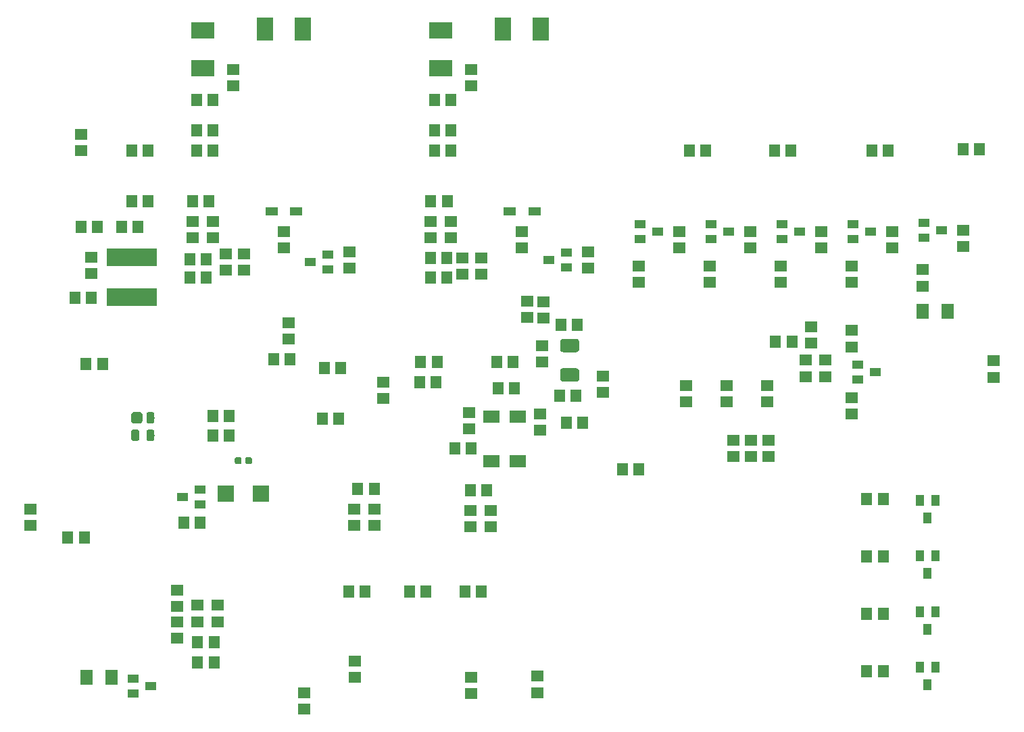
<source format=gbr>
G04 #@! TF.GenerationSoftware,KiCad,Pcbnew,5.0.2-bee76a0~70~ubuntu18.04.1*
G04 #@! TF.CreationDate,2019-01-12T17:32:51-05:00*
G04 #@! TF.ProjectId,Master_Board,4d617374-6572-45f4-926f-6172642e6b69,rev?*
G04 #@! TF.SameCoordinates,Original*
G04 #@! TF.FileFunction,Paste,Bot*
G04 #@! TF.FilePolarity,Positive*
%FSLAX46Y46*%
G04 Gerber Fmt 4.6, Leading zero omitted, Abs format (unit mm)*
G04 Created by KiCad (PCBNEW 5.0.2-bee76a0~70~ubuntu18.04.1) date Sat 12 Jan 2019 05:32:51 PM EST*
%MOMM*%
%LPD*%
G01*
G04 APERTURE LIST*
%ADD10R,1.400000X1.500000*%
%ADD11R,1.500000X1.400000*%
%ADD12R,1.400000X1.000000*%
%ADD13R,2.000000X3.000000*%
%ADD14R,1.500000X1.000000*%
%ADD15R,3.000000X2.000000*%
%ADD16R,6.300000X2.200000*%
%ADD17R,1.000000X1.400000*%
%ADD18R,1.600000X1.900000*%
%ADD19R,2.000000X1.600000*%
%ADD20C,0.100000*%
%ADD21C,0.850000*%
%ADD22C,1.700000*%
%ADD23C,1.400000*%
%ADD24C,1.000000*%
%ADD25R,2.000000X2.000000*%
G04 APERTURE END LIST*
D10*
G04 #@! TO.C,C201*
X160708980Y-83286638D03*
X158658980Y-83286638D03*
G04 #@! TD*
D11*
G04 #@! TO.C,C202*
X132738116Y-106404511D03*
X132738116Y-108454511D03*
G04 #@! TD*
D10*
G04 #@! TO.C,C203*
X158513980Y-92176638D03*
X160563980Y-92176638D03*
G04 #@! TD*
D11*
G04 #@! TO.C,C204*
X147152645Y-94292319D03*
X147152645Y-96342319D03*
G04 #@! TD*
G04 #@! TO.C,C205*
X184673815Y-97795908D03*
X184673815Y-99845908D03*
G04 #@! TD*
G04 #@! TO.C,C206*
X154432000Y-82388184D03*
X154432000Y-80338184D03*
G04 #@! TD*
G04 #@! TO.C,C207*
X156508966Y-82458111D03*
X156508966Y-80408111D03*
G04 #@! TD*
G04 #@! TO.C,C208*
X156042645Y-96487319D03*
X156042645Y-94437319D03*
G04 #@! TD*
G04 #@! TO.C,C209*
X163957000Y-89718184D03*
X163957000Y-91768184D03*
G04 #@! TD*
D10*
G04 #@! TO.C,C210*
X152672000Y-87958184D03*
X150622000Y-87958184D03*
G04 #@! TD*
G04 #@! TO.C,C211*
X159367000Y-95578184D03*
X161417000Y-95578184D03*
G04 #@! TD*
G04 #@! TO.C,C212*
X130828000Y-95070184D03*
X128778000Y-95070184D03*
G04 #@! TD*
G04 #@! TO.C,C213*
X143147000Y-87958184D03*
X141097000Y-87958184D03*
G04 #@! TD*
G04 #@! TO.C,C214*
X140952000Y-90498184D03*
X143002000Y-90498184D03*
G04 #@! TD*
G04 #@! TO.C,C215*
X145397000Y-98753184D03*
X147447000Y-98753184D03*
G04 #@! TD*
D11*
G04 #@! TO.C,C216*
X149865035Y-106541648D03*
X149865035Y-108591648D03*
G04 #@! TD*
G04 #@! TO.C,C301*
X126492000Y-131463000D03*
X126492000Y-129413000D03*
G04 #@! TD*
G04 #@! TO.C,C302*
X132842000Y-125458000D03*
X132842000Y-127508000D03*
G04 #@! TD*
G04 #@! TO.C,C303*
X147447000Y-129558000D03*
X147447000Y-127508000D03*
G04 #@! TD*
G04 #@! TO.C,C304*
X155702000Y-127363000D03*
X155702000Y-129413000D03*
G04 #@! TD*
G04 #@! TO.C,C401*
X189992000Y-85563184D03*
X189992000Y-83513184D03*
G04 #@! TD*
G04 #@! TO.C,C402*
X189357000Y-89780212D03*
X189357000Y-87730212D03*
G04 #@! TD*
G04 #@! TO.C,C403*
X191791554Y-89780212D03*
X191791554Y-87730212D03*
G04 #@! TD*
G04 #@! TO.C,C404*
X195072000Y-94453184D03*
X195072000Y-92403184D03*
G04 #@! TD*
G04 #@! TO.C,C405*
X195072000Y-84003184D03*
X195072000Y-86053184D03*
G04 #@! TD*
D10*
G04 #@! TO.C,C501*
X115207000Y-123063000D03*
X113157000Y-123063000D03*
G04 #@! TD*
D11*
G04 #@! TO.C,C502*
X113157000Y-118473000D03*
X113157000Y-120523000D03*
G04 #@! TD*
G04 #@! TO.C,C503*
X115697000Y-118473000D03*
X115697000Y-120523000D03*
G04 #@! TD*
G04 #@! TO.C,C504*
X110617000Y-122573000D03*
X110617000Y-120523000D03*
G04 #@! TD*
G04 #@! TO.C,C505*
X110617000Y-116568000D03*
X110617000Y-118618000D03*
G04 #@! TD*
D10*
G04 #@! TO.C,C901*
X113012000Y-58928000D03*
X115062000Y-58928000D03*
G04 #@! TD*
G04 #@! TO.C,C902*
X142857000Y-58928000D03*
X144907000Y-58928000D03*
G04 #@! TD*
G04 #@! TO.C,C904*
X115062000Y-61468000D03*
X113012000Y-61468000D03*
G04 #@! TD*
G04 #@! TO.C,C905*
X144907000Y-61468000D03*
X142857000Y-61468000D03*
G04 #@! TD*
D11*
G04 #@! TO.C,C906*
X98552000Y-59418000D03*
X98552000Y-61468000D03*
G04 #@! TD*
G04 #@! TO.C,C907*
X99822000Y-76853000D03*
X99822000Y-74803000D03*
G04 #@! TD*
D10*
G04 #@! TO.C,C908*
X114572000Y-67818000D03*
X112522000Y-67818000D03*
G04 #@! TD*
G04 #@! TO.C,C909*
X144417000Y-67818000D03*
X142367000Y-67818000D03*
G04 #@! TD*
G04 #@! TO.C,C911*
X97772000Y-79883000D03*
X99822000Y-79883000D03*
G04 #@! TD*
G04 #@! TO.C,C912*
X142313317Y-74954153D03*
X144363317Y-74954153D03*
G04 #@! TD*
G04 #@! TO.C,C913*
X114258431Y-75046929D03*
X112208431Y-75046929D03*
G04 #@! TD*
D11*
G04 #@! TO.C,C914*
X148717000Y-74923098D03*
X148717000Y-76973098D03*
G04 #@! TD*
G04 #@! TO.C,C915*
X116650023Y-74377967D03*
X116650023Y-76427967D03*
G04 #@! TD*
D12*
G04 #@! TO.C,D401*
X195877000Y-90178184D03*
X195877000Y-88278184D03*
X198077000Y-89228184D03*
G04 #@! TD*
G04 #@! TO.C,D501*
X105072000Y-129548184D03*
X105072000Y-127648184D03*
X107272000Y-128598184D03*
G04 #@! TD*
D13*
G04 #@! TO.C,D701*
X126327000Y-46228000D03*
X121577000Y-46228000D03*
G04 #@! TD*
G04 #@! TO.C,D702*
X156172000Y-46228000D03*
X151422000Y-46228000D03*
G04 #@! TD*
D14*
G04 #@! TO.C,D703*
X155347000Y-69088000D03*
X152247000Y-69088000D03*
G04 #@! TD*
G04 #@! TO.C,D704*
X125502000Y-69088000D03*
X122402000Y-69088000D03*
G04 #@! TD*
D15*
G04 #@! TO.C,D901*
X113792000Y-46393000D03*
X113792000Y-51143000D03*
G04 #@! TD*
G04 #@! TO.C,D902*
X143637000Y-46393000D03*
X143637000Y-51143000D03*
G04 #@! TD*
D10*
G04 #@! TO.C,D903*
X100602000Y-70993000D03*
X98552000Y-70993000D03*
G04 #@! TD*
D16*
G04 #@! TO.C,L901*
X104902000Y-74843000D03*
X104902000Y-79843000D03*
G04 #@! TD*
D12*
G04 #@! TO.C,Q601*
X168572000Y-72578000D03*
X168572000Y-70678000D03*
X170772000Y-71628000D03*
G04 #@! TD*
G04 #@! TO.C,Q602*
X177462000Y-72578000D03*
X177462000Y-70678000D03*
X179662000Y-71628000D03*
G04 #@! TD*
G04 #@! TO.C,Q603*
X195242000Y-72578000D03*
X195242000Y-70678000D03*
X197442000Y-71628000D03*
G04 #@! TD*
G04 #@! TO.C,Q604*
X186352000Y-72578000D03*
X186352000Y-70678000D03*
X188552000Y-71628000D03*
G04 #@! TD*
G04 #@! TO.C,Q701*
X159342000Y-74236817D03*
X159342000Y-76136817D03*
X157142000Y-75186817D03*
G04 #@! TD*
G04 #@! TO.C,Q702*
X129497000Y-74488000D03*
X129497000Y-76388000D03*
X127297000Y-75438000D03*
G04 #@! TD*
D17*
G04 #@! TO.C,Q804*
X203647000Y-126228184D03*
X205547000Y-126228184D03*
X204597000Y-128428184D03*
G04 #@! TD*
G04 #@! TO.C,Q801*
X203647000Y-105273184D03*
X205547000Y-105273184D03*
X204597000Y-107473184D03*
G04 #@! TD*
G04 #@! TO.C,Q802*
X203647000Y-112258184D03*
X205547000Y-112258184D03*
X204597000Y-114458184D03*
G04 #@! TD*
G04 #@! TO.C,Q803*
X203647000Y-119243184D03*
X205547000Y-119243184D03*
X204597000Y-121443184D03*
G04 #@! TD*
D10*
G04 #@! TO.C,R201*
X133228116Y-103864511D03*
X135278116Y-103864511D03*
G04 #@! TD*
D11*
G04 #@! TO.C,R202*
X156337000Y-85908184D03*
X156337000Y-87958184D03*
G04 #@! TD*
G04 #@! TO.C,R203*
X135278116Y-108454511D03*
X135278116Y-106404511D03*
G04 #@! TD*
G04 #@! TO.C,R204*
X182451315Y-97795908D03*
X182451315Y-99845908D03*
G04 #@! TD*
G04 #@! TO.C,R205*
X180228815Y-97795908D03*
X180228815Y-99845908D03*
G04 #@! TD*
D10*
G04 #@! TO.C,R206*
X150817645Y-91262319D03*
X152867645Y-91262319D03*
G04 #@! TD*
G04 #@! TO.C,R208*
X131082000Y-88720184D03*
X129032000Y-88720184D03*
G04 #@! TD*
D11*
G04 #@! TO.C,R209*
X136398000Y-90480184D03*
X136398000Y-92530184D03*
G04 #@! TD*
G04 #@! TO.C,R210*
X184531000Y-92982000D03*
X184531000Y-90932000D03*
G04 #@! TD*
G04 #@! TO.C,R211*
X179451000Y-92982000D03*
X179451000Y-90932000D03*
G04 #@! TD*
G04 #@! TO.C,R212*
X147325035Y-108591648D03*
X147325035Y-106541648D03*
G04 #@! TD*
D10*
G04 #@! TO.C,R213*
X149375035Y-104001648D03*
X147325035Y-104001648D03*
G04 #@! TD*
D11*
G04 #@! TO.C,R214*
X174371000Y-92982000D03*
X174371000Y-90932000D03*
G04 #@! TD*
D10*
G04 #@! TO.C,R207*
X166352000Y-101420184D03*
X168402000Y-101420184D03*
G04 #@! TD*
G04 #@! TO.C,R301*
X132062000Y-116713000D03*
X134112000Y-116713000D03*
G04 #@! TD*
G04 #@! TO.C,R302*
X139682000Y-116713000D03*
X141732000Y-116713000D03*
G04 #@! TD*
G04 #@! TO.C,R303*
X146667000Y-116713000D03*
X148717000Y-116713000D03*
G04 #@! TD*
G04 #@! TO.C,R401*
X187597000Y-85418184D03*
X185547000Y-85418184D03*
G04 #@! TD*
D18*
G04 #@! TO.C,R402*
X207062000Y-81608184D03*
X203962000Y-81608184D03*
G04 #@! TD*
D11*
G04 #@! TO.C,R403*
X212852000Y-87813184D03*
X212852000Y-89863184D03*
G04 #@! TD*
D10*
G04 #@! TO.C,R501*
X113157000Y-125603000D03*
X115207000Y-125603000D03*
G04 #@! TD*
D18*
G04 #@! TO.C,R502*
X99262000Y-127508000D03*
X102362000Y-127508000D03*
G04 #@! TD*
D11*
G04 #@! TO.C,R601*
X168402000Y-75928000D03*
X168402000Y-77978000D03*
G04 #@! TD*
G04 #@! TO.C,R602*
X177292000Y-75928000D03*
X177292000Y-77978000D03*
G04 #@! TD*
G04 #@! TO.C,R603*
X195072000Y-75928000D03*
X195072000Y-77978000D03*
G04 #@! TD*
G04 #@! TO.C,R604*
X186182000Y-75928000D03*
X186182000Y-77978000D03*
G04 #@! TD*
G04 #@! TO.C,R606*
X173482000Y-73678000D03*
X173482000Y-71628000D03*
G04 #@! TD*
G04 #@! TO.C,R607*
X182372000Y-73678000D03*
X182372000Y-71628000D03*
G04 #@! TD*
G04 #@! TO.C,R608*
X200152000Y-73678000D03*
X200152000Y-71628000D03*
G04 #@! TD*
G04 #@! TO.C,R609*
X191262000Y-73678000D03*
X191262000Y-71628000D03*
G04 #@! TD*
D10*
G04 #@! TO.C,R611*
X176802000Y-61468000D03*
X174752000Y-61468000D03*
G04 #@! TD*
G04 #@! TO.C,R612*
X199662000Y-61468000D03*
X197612000Y-61468000D03*
G04 #@! TD*
G04 #@! TO.C,R613*
X187452000Y-61468000D03*
X185402000Y-61468000D03*
G04 #@! TD*
G04 #@! TO.C,R615*
X124732000Y-87630000D03*
X122682000Y-87630000D03*
G04 #@! TD*
D11*
G04 #@! TO.C,R616*
X124587000Y-85108000D03*
X124587000Y-83058000D03*
G04 #@! TD*
G04 #@! TO.C,R703*
X153797000Y-73678000D03*
X153797000Y-71628000D03*
G04 #@! TD*
G04 #@! TO.C,R704*
X123952000Y-73678000D03*
X123952000Y-71628000D03*
G04 #@! TD*
G04 #@! TO.C,R705*
X162052000Y-76218000D03*
X162052000Y-74168000D03*
G04 #@! TD*
G04 #@! TO.C,R706*
X132207000Y-76218000D03*
X132207000Y-74168000D03*
G04 #@! TD*
D10*
G04 #@! TO.C,R804*
X199027000Y-126693184D03*
X196977000Y-126693184D03*
G04 #@! TD*
D11*
G04 #@! TO.C,R901*
X117602000Y-53358000D03*
X117602000Y-51308000D03*
G04 #@! TD*
D10*
G04 #@! TO.C,R902*
X113012000Y-55118000D03*
X115062000Y-55118000D03*
G04 #@! TD*
D11*
G04 #@! TO.C,R903*
X147447000Y-53358000D03*
X147447000Y-51308000D03*
G04 #@! TD*
D10*
G04 #@! TO.C,R904*
X142857000Y-55118000D03*
X144907000Y-55118000D03*
G04 #@! TD*
D11*
G04 #@! TO.C,R907*
X115062000Y-72408000D03*
X115062000Y-70358000D03*
G04 #@! TD*
G04 #@! TO.C,R908*
X112522000Y-72408000D03*
X112522000Y-70358000D03*
G04 #@! TD*
G04 #@! TO.C,R909*
X144907000Y-72408000D03*
X144907000Y-70358000D03*
G04 #@! TD*
G04 #@! TO.C,R910*
X142367000Y-72408000D03*
X142367000Y-70358000D03*
G04 #@! TD*
D10*
G04 #@! TO.C,R911*
X114258431Y-77343000D03*
X112208431Y-77343000D03*
G04 #@! TD*
G04 #@! TO.C,R912*
X144363317Y-77343000D03*
X142313317Y-77343000D03*
G04 #@! TD*
D11*
G04 #@! TO.C,R913*
X146327744Y-76968098D03*
X146327744Y-74918098D03*
G04 #@! TD*
G04 #@! TO.C,R914*
X118946094Y-76427967D03*
X118946094Y-74377967D03*
G04 #@! TD*
D10*
G04 #@! TO.C,R915*
X105682000Y-70993000D03*
X103632000Y-70993000D03*
G04 #@! TD*
G04 #@! TO.C,R905*
X106952000Y-61468000D03*
X104902000Y-61468000D03*
G04 #@! TD*
G04 #@! TO.C,R906*
X106952000Y-67818000D03*
X104902000Y-67818000D03*
G04 #@! TD*
D11*
G04 #@! TO.C,R1001*
X92202000Y-108423184D03*
X92202000Y-106373184D03*
G04 #@! TD*
D10*
G04 #@! TO.C,R801*
X199027000Y-105103184D03*
X196977000Y-105103184D03*
G04 #@! TD*
G04 #@! TO.C,R802*
X199027000Y-112299850D03*
X196977000Y-112299850D03*
G04 #@! TD*
G04 #@! TO.C,R803*
X199027000Y-119496516D03*
X196977000Y-119496516D03*
G04 #@! TD*
G04 #@! TO.C,R1002*
X117112000Y-97155000D03*
X115062000Y-97155000D03*
G04 #@! TD*
G04 #@! TO.C,R1003*
X117112000Y-94742000D03*
X115062000Y-94742000D03*
G04 #@! TD*
D19*
G04 #@! TO.C,XTAL202*
X149947645Y-94787319D03*
X149947645Y-100437319D03*
X153247645Y-100437319D03*
X153247645Y-94787319D03*
G04 #@! TD*
D20*
G04 #@! TO.C,FB1001*
G36*
X119770329Y-99906023D02*
X119790957Y-99909083D01*
X119811185Y-99914150D01*
X119830820Y-99921176D01*
X119849672Y-99930092D01*
X119867559Y-99940813D01*
X119884309Y-99953235D01*
X119899760Y-99967240D01*
X119913765Y-99982691D01*
X119926187Y-99999441D01*
X119936908Y-100017328D01*
X119945824Y-100036180D01*
X119952850Y-100055815D01*
X119957917Y-100076043D01*
X119960977Y-100096671D01*
X119962000Y-100117500D01*
X119962000Y-100542500D01*
X119960977Y-100563329D01*
X119957917Y-100583957D01*
X119952850Y-100604185D01*
X119945824Y-100623820D01*
X119936908Y-100642672D01*
X119926187Y-100660559D01*
X119913765Y-100677309D01*
X119899760Y-100692760D01*
X119884309Y-100706765D01*
X119867559Y-100719187D01*
X119849672Y-100729908D01*
X119830820Y-100738824D01*
X119811185Y-100745850D01*
X119790957Y-100750917D01*
X119770329Y-100753977D01*
X119749500Y-100755000D01*
X119324500Y-100755000D01*
X119303671Y-100753977D01*
X119283043Y-100750917D01*
X119262815Y-100745850D01*
X119243180Y-100738824D01*
X119224328Y-100729908D01*
X119206441Y-100719187D01*
X119189691Y-100706765D01*
X119174240Y-100692760D01*
X119160235Y-100677309D01*
X119147813Y-100660559D01*
X119137092Y-100642672D01*
X119128176Y-100623820D01*
X119121150Y-100604185D01*
X119116083Y-100583957D01*
X119113023Y-100563329D01*
X119112000Y-100542500D01*
X119112000Y-100117500D01*
X119113023Y-100096671D01*
X119116083Y-100076043D01*
X119121150Y-100055815D01*
X119128176Y-100036180D01*
X119137092Y-100017328D01*
X119147813Y-99999441D01*
X119160235Y-99982691D01*
X119174240Y-99967240D01*
X119189691Y-99953235D01*
X119206441Y-99940813D01*
X119224328Y-99930092D01*
X119243180Y-99921176D01*
X119262815Y-99914150D01*
X119283043Y-99909083D01*
X119303671Y-99906023D01*
X119324500Y-99905000D01*
X119749500Y-99905000D01*
X119770329Y-99906023D01*
X119770329Y-99906023D01*
G37*
D21*
X119537000Y-100330000D03*
D20*
G36*
X118470329Y-99906023D02*
X118490957Y-99909083D01*
X118511185Y-99914150D01*
X118530820Y-99921176D01*
X118549672Y-99930092D01*
X118567559Y-99940813D01*
X118584309Y-99953235D01*
X118599760Y-99967240D01*
X118613765Y-99982691D01*
X118626187Y-99999441D01*
X118636908Y-100017328D01*
X118645824Y-100036180D01*
X118652850Y-100055815D01*
X118657917Y-100076043D01*
X118660977Y-100096671D01*
X118662000Y-100117500D01*
X118662000Y-100542500D01*
X118660977Y-100563329D01*
X118657917Y-100583957D01*
X118652850Y-100604185D01*
X118645824Y-100623820D01*
X118636908Y-100642672D01*
X118626187Y-100660559D01*
X118613765Y-100677309D01*
X118599760Y-100692760D01*
X118584309Y-100706765D01*
X118567559Y-100719187D01*
X118549672Y-100729908D01*
X118530820Y-100738824D01*
X118511185Y-100745850D01*
X118490957Y-100750917D01*
X118470329Y-100753977D01*
X118449500Y-100755000D01*
X118024500Y-100755000D01*
X118003671Y-100753977D01*
X117983043Y-100750917D01*
X117962815Y-100745850D01*
X117943180Y-100738824D01*
X117924328Y-100729908D01*
X117906441Y-100719187D01*
X117889691Y-100706765D01*
X117874240Y-100692760D01*
X117860235Y-100677309D01*
X117847813Y-100660559D01*
X117837092Y-100642672D01*
X117828176Y-100623820D01*
X117821150Y-100604185D01*
X117816083Y-100583957D01*
X117813023Y-100563329D01*
X117812000Y-100542500D01*
X117812000Y-100117500D01*
X117813023Y-100096671D01*
X117816083Y-100076043D01*
X117821150Y-100055815D01*
X117828176Y-100036180D01*
X117837092Y-100017328D01*
X117847813Y-99999441D01*
X117860235Y-99982691D01*
X117874240Y-99967240D01*
X117889691Y-99953235D01*
X117906441Y-99940813D01*
X117924328Y-99930092D01*
X117943180Y-99921176D01*
X117962815Y-99914150D01*
X117983043Y-99909083D01*
X118003671Y-99906023D01*
X118024500Y-99905000D01*
X118449500Y-99905000D01*
X118470329Y-99906023D01*
X118470329Y-99906023D01*
G37*
D21*
X118237000Y-100330000D03*
G04 #@! TD*
D20*
G04 #@! TO.C,XTAL201*
G36*
X160565821Y-88733684D02*
X160607077Y-88739804D01*
X160647535Y-88749938D01*
X160686804Y-88763989D01*
X160724508Y-88781821D01*
X160760281Y-88803263D01*
X160793781Y-88828109D01*
X160824684Y-88856118D01*
X160852693Y-88887021D01*
X160877539Y-88920521D01*
X160898981Y-88956294D01*
X160916813Y-88993998D01*
X160930864Y-89033267D01*
X160940998Y-89073725D01*
X160947118Y-89114981D01*
X160949164Y-89156638D01*
X160949164Y-90006638D01*
X160947118Y-90048295D01*
X160940998Y-90089551D01*
X160930864Y-90130009D01*
X160916813Y-90169278D01*
X160898981Y-90206982D01*
X160877539Y-90242755D01*
X160852693Y-90276255D01*
X160824684Y-90307158D01*
X160793781Y-90335167D01*
X160760281Y-90360013D01*
X160724508Y-90381455D01*
X160686804Y-90399287D01*
X160647535Y-90413338D01*
X160607077Y-90423472D01*
X160565821Y-90429592D01*
X160524164Y-90431638D01*
X158974164Y-90431638D01*
X158932507Y-90429592D01*
X158891251Y-90423472D01*
X158850793Y-90413338D01*
X158811524Y-90399287D01*
X158773820Y-90381455D01*
X158738047Y-90360013D01*
X158704547Y-90335167D01*
X158673644Y-90307158D01*
X158645635Y-90276255D01*
X158620789Y-90242755D01*
X158599347Y-90206982D01*
X158581515Y-90169278D01*
X158567464Y-90130009D01*
X158557330Y-90089551D01*
X158551210Y-90048295D01*
X158549164Y-90006638D01*
X158549164Y-89156638D01*
X158551210Y-89114981D01*
X158557330Y-89073725D01*
X158567464Y-89033267D01*
X158581515Y-88993998D01*
X158599347Y-88956294D01*
X158620789Y-88920521D01*
X158645635Y-88887021D01*
X158673644Y-88856118D01*
X158704547Y-88828109D01*
X158738047Y-88803263D01*
X158773820Y-88781821D01*
X158811524Y-88763989D01*
X158850793Y-88749938D01*
X158891251Y-88739804D01*
X158932507Y-88733684D01*
X158974164Y-88731638D01*
X160524164Y-88731638D01*
X160565821Y-88733684D01*
X160565821Y-88733684D01*
G37*
D22*
X159749164Y-89581638D03*
D20*
G36*
X160565821Y-85033684D02*
X160607077Y-85039804D01*
X160647535Y-85049938D01*
X160686804Y-85063989D01*
X160724508Y-85081821D01*
X160760281Y-85103263D01*
X160793781Y-85128109D01*
X160824684Y-85156118D01*
X160852693Y-85187021D01*
X160877539Y-85220521D01*
X160898981Y-85256294D01*
X160916813Y-85293998D01*
X160930864Y-85333267D01*
X160940998Y-85373725D01*
X160947118Y-85414981D01*
X160949164Y-85456638D01*
X160949164Y-86306638D01*
X160947118Y-86348295D01*
X160940998Y-86389551D01*
X160930864Y-86430009D01*
X160916813Y-86469278D01*
X160898981Y-86506982D01*
X160877539Y-86542755D01*
X160852693Y-86576255D01*
X160824684Y-86607158D01*
X160793781Y-86635167D01*
X160760281Y-86660013D01*
X160724508Y-86681455D01*
X160686804Y-86699287D01*
X160647535Y-86713338D01*
X160607077Y-86723472D01*
X160565821Y-86729592D01*
X160524164Y-86731638D01*
X158974164Y-86731638D01*
X158932507Y-86729592D01*
X158891251Y-86723472D01*
X158850793Y-86713338D01*
X158811524Y-86699287D01*
X158773820Y-86681455D01*
X158738047Y-86660013D01*
X158704547Y-86635167D01*
X158673644Y-86607158D01*
X158645635Y-86576255D01*
X158620789Y-86542755D01*
X158599347Y-86506982D01*
X158581515Y-86469278D01*
X158567464Y-86430009D01*
X158557330Y-86389551D01*
X158551210Y-86348295D01*
X158549164Y-86306638D01*
X158549164Y-85456638D01*
X158551210Y-85414981D01*
X158557330Y-85373725D01*
X158567464Y-85333267D01*
X158581515Y-85293998D01*
X158599347Y-85256294D01*
X158620789Y-85220521D01*
X158645635Y-85187021D01*
X158673644Y-85156118D01*
X158704547Y-85128109D01*
X158738047Y-85103263D01*
X158773820Y-85081821D01*
X158811524Y-85063989D01*
X158850793Y-85049938D01*
X158891251Y-85039804D01*
X158932507Y-85033684D01*
X158974164Y-85031638D01*
X160524164Y-85031638D01*
X160565821Y-85033684D01*
X160565821Y-85033684D01*
G37*
D22*
X159749164Y-85881638D03*
G04 #@! TD*
D12*
G04 #@! TO.C,Q605*
X204132000Y-72398184D03*
X204132000Y-70498184D03*
X206332000Y-71448184D03*
G04 #@! TD*
D11*
G04 #@! TO.C,R605*
X203962000Y-76383184D03*
X203962000Y-78433184D03*
G04 #@! TD*
G04 #@! TO.C,R610*
X209042000Y-73498184D03*
X209042000Y-71448184D03*
G04 #@! TD*
D10*
G04 #@! TO.C,R614*
X211092000Y-61288184D03*
X209042000Y-61288184D03*
G04 #@! TD*
D20*
G04 #@! TO.C,D1001*
G36*
X105921306Y-94244869D02*
X105955282Y-94249909D01*
X105988600Y-94258255D01*
X106020939Y-94269826D01*
X106051989Y-94284512D01*
X106081450Y-94302170D01*
X106109038Y-94322630D01*
X106134487Y-94345697D01*
X106157554Y-94371146D01*
X106178014Y-94398734D01*
X106195672Y-94428195D01*
X106210358Y-94459245D01*
X106221929Y-94491584D01*
X106230275Y-94524902D01*
X106235315Y-94558878D01*
X106237000Y-94593184D01*
X106237000Y-95293184D01*
X106235315Y-95327490D01*
X106230275Y-95361466D01*
X106221929Y-95394784D01*
X106210358Y-95427123D01*
X106195672Y-95458173D01*
X106178014Y-95487634D01*
X106157554Y-95515222D01*
X106134487Y-95540671D01*
X106109038Y-95563738D01*
X106081450Y-95584198D01*
X106051989Y-95601856D01*
X106020939Y-95616542D01*
X105988600Y-95628113D01*
X105955282Y-95636459D01*
X105921306Y-95641499D01*
X105887000Y-95643184D01*
X105187000Y-95643184D01*
X105152694Y-95641499D01*
X105118718Y-95636459D01*
X105085400Y-95628113D01*
X105053061Y-95616542D01*
X105022011Y-95601856D01*
X104992550Y-95584198D01*
X104964962Y-95563738D01*
X104939513Y-95540671D01*
X104916446Y-95515222D01*
X104895986Y-95487634D01*
X104878328Y-95458173D01*
X104863642Y-95427123D01*
X104852071Y-95394784D01*
X104843725Y-95361466D01*
X104838685Y-95327490D01*
X104837000Y-95293184D01*
X104837000Y-94593184D01*
X104838685Y-94558878D01*
X104843725Y-94524902D01*
X104852071Y-94491584D01*
X104863642Y-94459245D01*
X104878328Y-94428195D01*
X104895986Y-94398734D01*
X104916446Y-94371146D01*
X104939513Y-94345697D01*
X104964962Y-94322630D01*
X104992550Y-94302170D01*
X105022011Y-94284512D01*
X105053061Y-94269826D01*
X105085400Y-94258255D01*
X105118718Y-94249909D01*
X105152694Y-94244869D01*
X105187000Y-94243184D01*
X105887000Y-94243184D01*
X105921306Y-94244869D01*
X105921306Y-94244869D01*
G37*
D23*
X105537000Y-94943184D03*
D20*
G36*
X107511504Y-94244388D02*
X107535773Y-94247988D01*
X107559571Y-94253949D01*
X107582671Y-94262214D01*
X107604849Y-94272704D01*
X107625893Y-94285317D01*
X107645598Y-94299931D01*
X107663777Y-94316407D01*
X107680253Y-94334586D01*
X107694867Y-94354291D01*
X107707480Y-94375335D01*
X107717970Y-94397513D01*
X107726235Y-94420613D01*
X107732196Y-94444411D01*
X107735796Y-94468680D01*
X107737000Y-94493184D01*
X107737000Y-95393184D01*
X107735796Y-95417688D01*
X107732196Y-95441957D01*
X107726235Y-95465755D01*
X107717970Y-95488855D01*
X107707480Y-95511033D01*
X107694867Y-95532077D01*
X107680253Y-95551782D01*
X107663777Y-95569961D01*
X107645598Y-95586437D01*
X107625893Y-95601051D01*
X107604849Y-95613664D01*
X107582671Y-95624154D01*
X107559571Y-95632419D01*
X107535773Y-95638380D01*
X107511504Y-95641980D01*
X107487000Y-95643184D01*
X106987000Y-95643184D01*
X106962496Y-95641980D01*
X106938227Y-95638380D01*
X106914429Y-95632419D01*
X106891329Y-95624154D01*
X106869151Y-95613664D01*
X106848107Y-95601051D01*
X106828402Y-95586437D01*
X106810223Y-95569961D01*
X106793747Y-95551782D01*
X106779133Y-95532077D01*
X106766520Y-95511033D01*
X106756030Y-95488855D01*
X106747765Y-95465755D01*
X106741804Y-95441957D01*
X106738204Y-95417688D01*
X106737000Y-95393184D01*
X106737000Y-94493184D01*
X106738204Y-94468680D01*
X106741804Y-94444411D01*
X106747765Y-94420613D01*
X106756030Y-94397513D01*
X106766520Y-94375335D01*
X106779133Y-94354291D01*
X106793747Y-94334586D01*
X106810223Y-94316407D01*
X106828402Y-94299931D01*
X106848107Y-94285317D01*
X106869151Y-94272704D01*
X106891329Y-94262214D01*
X106914429Y-94253949D01*
X106938227Y-94247988D01*
X106962496Y-94244388D01*
X106987000Y-94243184D01*
X107487000Y-94243184D01*
X107511504Y-94244388D01*
X107511504Y-94244388D01*
G37*
D24*
X107237000Y-94943184D03*
D20*
G36*
X107511504Y-96444388D02*
X107535773Y-96447988D01*
X107559571Y-96453949D01*
X107582671Y-96462214D01*
X107604849Y-96472704D01*
X107625893Y-96485317D01*
X107645598Y-96499931D01*
X107663777Y-96516407D01*
X107680253Y-96534586D01*
X107694867Y-96554291D01*
X107707480Y-96575335D01*
X107717970Y-96597513D01*
X107726235Y-96620613D01*
X107732196Y-96644411D01*
X107735796Y-96668680D01*
X107737000Y-96693184D01*
X107737000Y-97593184D01*
X107735796Y-97617688D01*
X107732196Y-97641957D01*
X107726235Y-97665755D01*
X107717970Y-97688855D01*
X107707480Y-97711033D01*
X107694867Y-97732077D01*
X107680253Y-97751782D01*
X107663777Y-97769961D01*
X107645598Y-97786437D01*
X107625893Y-97801051D01*
X107604849Y-97813664D01*
X107582671Y-97824154D01*
X107559571Y-97832419D01*
X107535773Y-97838380D01*
X107511504Y-97841980D01*
X107487000Y-97843184D01*
X106987000Y-97843184D01*
X106962496Y-97841980D01*
X106938227Y-97838380D01*
X106914429Y-97832419D01*
X106891329Y-97824154D01*
X106869151Y-97813664D01*
X106848107Y-97801051D01*
X106828402Y-97786437D01*
X106810223Y-97769961D01*
X106793747Y-97751782D01*
X106779133Y-97732077D01*
X106766520Y-97711033D01*
X106756030Y-97688855D01*
X106747765Y-97665755D01*
X106741804Y-97641957D01*
X106738204Y-97617688D01*
X106737000Y-97593184D01*
X106737000Y-96693184D01*
X106738204Y-96668680D01*
X106741804Y-96644411D01*
X106747765Y-96620613D01*
X106756030Y-96597513D01*
X106766520Y-96575335D01*
X106779133Y-96554291D01*
X106793747Y-96534586D01*
X106810223Y-96516407D01*
X106828402Y-96499931D01*
X106848107Y-96485317D01*
X106869151Y-96472704D01*
X106891329Y-96462214D01*
X106914429Y-96453949D01*
X106938227Y-96447988D01*
X106962496Y-96444388D01*
X106987000Y-96443184D01*
X107487000Y-96443184D01*
X107511504Y-96444388D01*
X107511504Y-96444388D01*
G37*
D24*
X107237000Y-97143184D03*
D20*
G36*
X105611504Y-96444388D02*
X105635773Y-96447988D01*
X105659571Y-96453949D01*
X105682671Y-96462214D01*
X105704849Y-96472704D01*
X105725893Y-96485317D01*
X105745598Y-96499931D01*
X105763777Y-96516407D01*
X105780253Y-96534586D01*
X105794867Y-96554291D01*
X105807480Y-96575335D01*
X105817970Y-96597513D01*
X105826235Y-96620613D01*
X105832196Y-96644411D01*
X105835796Y-96668680D01*
X105837000Y-96693184D01*
X105837000Y-97593184D01*
X105835796Y-97617688D01*
X105832196Y-97641957D01*
X105826235Y-97665755D01*
X105817970Y-97688855D01*
X105807480Y-97711033D01*
X105794867Y-97732077D01*
X105780253Y-97751782D01*
X105763777Y-97769961D01*
X105745598Y-97786437D01*
X105725893Y-97801051D01*
X105704849Y-97813664D01*
X105682671Y-97824154D01*
X105659571Y-97832419D01*
X105635773Y-97838380D01*
X105611504Y-97841980D01*
X105587000Y-97843184D01*
X105087000Y-97843184D01*
X105062496Y-97841980D01*
X105038227Y-97838380D01*
X105014429Y-97832419D01*
X104991329Y-97824154D01*
X104969151Y-97813664D01*
X104948107Y-97801051D01*
X104928402Y-97786437D01*
X104910223Y-97769961D01*
X104893747Y-97751782D01*
X104879133Y-97732077D01*
X104866520Y-97711033D01*
X104856030Y-97688855D01*
X104847765Y-97665755D01*
X104841804Y-97641957D01*
X104838204Y-97617688D01*
X104837000Y-97593184D01*
X104837000Y-96693184D01*
X104838204Y-96668680D01*
X104841804Y-96644411D01*
X104847765Y-96620613D01*
X104856030Y-96597513D01*
X104866520Y-96575335D01*
X104879133Y-96554291D01*
X104893747Y-96534586D01*
X104910223Y-96516407D01*
X104928402Y-96499931D01*
X104948107Y-96485317D01*
X104969151Y-96472704D01*
X104991329Y-96462214D01*
X105014429Y-96453949D01*
X105038227Y-96447988D01*
X105062496Y-96444388D01*
X105087000Y-96443184D01*
X105587000Y-96443184D01*
X105611504Y-96444388D01*
X105611504Y-96444388D01*
G37*
D24*
X105337000Y-97143184D03*
G04 #@! TD*
D10*
G04 #@! TO.C,R503*
X98951000Y-109929184D03*
X96901000Y-109929184D03*
G04 #@! TD*
G04 #@! TO.C,R617*
X99187000Y-88212184D03*
X101237000Y-88212184D03*
G04 #@! TD*
D25*
G04 #@! TO.C,D1002*
X121072000Y-104468184D03*
X116672000Y-104468184D03*
G04 #@! TD*
D12*
G04 #@! TO.C,Q1001*
X111295614Y-104906226D03*
X113495614Y-105856226D03*
X113495614Y-103956226D03*
G04 #@! TD*
D10*
G04 #@! TO.C,R1004*
X113495614Y-108081226D03*
X111445614Y-108081226D03*
G04 #@! TD*
M02*

</source>
